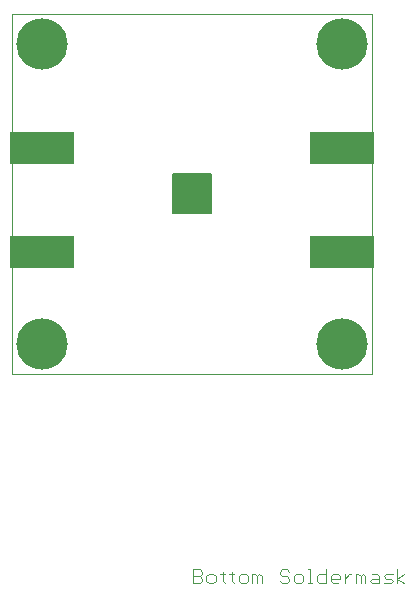
<source format=gbr>
G04 EAGLE Gerber RS-274X export*
G75*
%MOIN*%
%FSLAX34Y34*%
%LPD*%
%INSoldermask Bottom*%
%IPPOS*%
%AMOC8*
5,1,8,0,0,1.08239X$1,22.5*%
G01*
%ADD10C,0.000000*%
%ADD11C,0.004000*%
%ADD12R,0.216200X0.106200*%
%ADD13C,0.171100*%

G36*
X6601Y5321D02*
X6601Y5321D01*
X6602Y5321D01*
X6609Y5322D01*
X6616Y5322D01*
X6617Y5323D01*
X6618Y5323D01*
X6624Y5325D01*
X6631Y5327D01*
X6632Y5327D01*
X6633Y5328D01*
X6639Y5331D01*
X6645Y5335D01*
X6646Y5336D01*
X6651Y5340D01*
X6657Y5345D01*
X6658Y5346D01*
X6662Y5352D01*
X6667Y5357D01*
X6667Y5358D01*
X6668Y5359D01*
X6671Y5365D01*
X6674Y5371D01*
X6674Y5372D01*
X6674Y5373D01*
X6676Y5380D01*
X6678Y5386D01*
X6678Y5387D01*
X6678Y5388D01*
X6679Y5400D01*
X6679Y6600D01*
X6679Y6601D01*
X6679Y6602D01*
X6678Y6609D01*
X6678Y6616D01*
X6677Y6617D01*
X6677Y6618D01*
X6675Y6624D01*
X6673Y6631D01*
X6673Y6632D01*
X6672Y6633D01*
X6669Y6639D01*
X6665Y6645D01*
X6664Y6646D01*
X6660Y6651D01*
X6655Y6657D01*
X6654Y6658D01*
X6648Y6662D01*
X6643Y6667D01*
X6642Y6667D01*
X6641Y6668D01*
X6635Y6671D01*
X6629Y6674D01*
X6628Y6674D01*
X6627Y6674D01*
X6620Y6676D01*
X6614Y6678D01*
X6613Y6678D01*
X6612Y6678D01*
X6600Y6679D01*
X5400Y6679D01*
X5399Y6679D01*
X5398Y6679D01*
X5391Y6678D01*
X5384Y6678D01*
X5383Y6677D01*
X5382Y6677D01*
X5376Y6675D01*
X5369Y6673D01*
X5368Y6673D01*
X5367Y6672D01*
X5361Y6669D01*
X5355Y6665D01*
X5354Y6664D01*
X5349Y6660D01*
X5343Y6655D01*
X5342Y6654D01*
X5338Y6648D01*
X5333Y6643D01*
X5333Y6642D01*
X5332Y6641D01*
X5329Y6635D01*
X5326Y6629D01*
X5326Y6628D01*
X5326Y6627D01*
X5324Y6620D01*
X5322Y6614D01*
X5322Y6613D01*
X5322Y6612D01*
X5321Y6600D01*
X5321Y5400D01*
X5321Y5399D01*
X5321Y5398D01*
X5322Y5391D01*
X5322Y5384D01*
X5323Y5383D01*
X5323Y5382D01*
X5325Y5376D01*
X5327Y5369D01*
X5327Y5368D01*
X5328Y5367D01*
X5331Y5361D01*
X5335Y5355D01*
X5336Y5354D01*
X5340Y5349D01*
X5345Y5343D01*
X5346Y5342D01*
X5352Y5338D01*
X5357Y5333D01*
X5358Y5333D01*
X5359Y5332D01*
X5365Y5329D01*
X5371Y5326D01*
X5372Y5326D01*
X5373Y5326D01*
X5380Y5324D01*
X5386Y5322D01*
X5387Y5322D01*
X5388Y5322D01*
X5400Y5321D01*
X6600Y5321D01*
X6601Y5321D01*
G37*
D10*
X0Y0D02*
X12000Y0D01*
X12000Y12000D01*
X0Y12000D01*
X0Y0D01*
D11*
X6020Y-6520D02*
X6020Y-6980D01*
X6020Y-6520D02*
X6250Y-6520D01*
X6327Y-6596D01*
X6327Y-6673D01*
X6250Y-6750D01*
X6327Y-6827D01*
X6327Y-6903D01*
X6250Y-6980D01*
X6020Y-6980D01*
X6020Y-6750D02*
X6250Y-6750D01*
X6557Y-6980D02*
X6711Y-6980D01*
X6787Y-6903D01*
X6787Y-6750D01*
X6711Y-6673D01*
X6557Y-6673D01*
X6480Y-6750D01*
X6480Y-6903D01*
X6557Y-6980D01*
X7018Y-6903D02*
X7018Y-6596D01*
X7018Y-6903D02*
X7094Y-6980D01*
X7094Y-6673D02*
X6941Y-6673D01*
X7324Y-6596D02*
X7324Y-6903D01*
X7401Y-6980D01*
X7401Y-6673D02*
X7248Y-6673D01*
X7631Y-6980D02*
X7785Y-6980D01*
X7862Y-6903D01*
X7862Y-6750D01*
X7785Y-6673D01*
X7631Y-6673D01*
X7555Y-6750D01*
X7555Y-6903D01*
X7631Y-6980D01*
X8015Y-6980D02*
X8015Y-6673D01*
X8092Y-6673D01*
X8168Y-6750D01*
X8168Y-6980D01*
X8168Y-6750D02*
X8245Y-6673D01*
X8322Y-6750D01*
X8322Y-6980D01*
X9166Y-6520D02*
X9243Y-6596D01*
X9166Y-6520D02*
X9013Y-6520D01*
X8936Y-6596D01*
X8936Y-6673D01*
X9013Y-6750D01*
X9166Y-6750D01*
X9243Y-6827D01*
X9243Y-6903D01*
X9166Y-6980D01*
X9013Y-6980D01*
X8936Y-6903D01*
X9473Y-6980D02*
X9626Y-6980D01*
X9703Y-6903D01*
X9703Y-6750D01*
X9626Y-6673D01*
X9473Y-6673D01*
X9396Y-6750D01*
X9396Y-6903D01*
X9473Y-6980D01*
X9857Y-6520D02*
X9933Y-6520D01*
X9933Y-6980D01*
X9857Y-6980D02*
X10010Y-6980D01*
X10470Y-6980D02*
X10470Y-6520D01*
X10470Y-6980D02*
X10240Y-6980D01*
X10164Y-6903D01*
X10164Y-6750D01*
X10240Y-6673D01*
X10470Y-6673D01*
X10701Y-6980D02*
X10854Y-6980D01*
X10701Y-6980D02*
X10624Y-6903D01*
X10624Y-6750D01*
X10701Y-6673D01*
X10854Y-6673D01*
X10931Y-6750D01*
X10931Y-6827D01*
X10624Y-6827D01*
X11084Y-6980D02*
X11084Y-6673D01*
X11084Y-6827D02*
X11238Y-6673D01*
X11315Y-6673D01*
X11468Y-6673D02*
X11468Y-6980D01*
X11468Y-6673D02*
X11545Y-6673D01*
X11621Y-6750D01*
X11621Y-6980D01*
X11621Y-6750D02*
X11698Y-6673D01*
X11775Y-6750D01*
X11775Y-6980D01*
X12005Y-6673D02*
X12159Y-6673D01*
X12235Y-6750D01*
X12235Y-6980D01*
X12005Y-6980D01*
X11928Y-6903D01*
X12005Y-6827D01*
X12235Y-6827D01*
X12389Y-6980D02*
X12619Y-6980D01*
X12696Y-6903D01*
X12619Y-6827D01*
X12465Y-6827D01*
X12389Y-6750D01*
X12465Y-6673D01*
X12696Y-6673D01*
X12849Y-6520D02*
X12849Y-6980D01*
X12849Y-6827D02*
X13079Y-6980D01*
X12849Y-6827D02*
X13079Y-6673D01*
D10*
X0Y3600D02*
X0Y8000D01*
D12*
X1010Y4060D03*
X1010Y7540D03*
D10*
X12000Y8000D02*
X12000Y3600D01*
D12*
X10990Y7540D03*
X10990Y4060D03*
D13*
X11000Y1000D03*
X1000Y1000D03*
X1000Y11000D03*
X11000Y11000D03*
M02*

</source>
